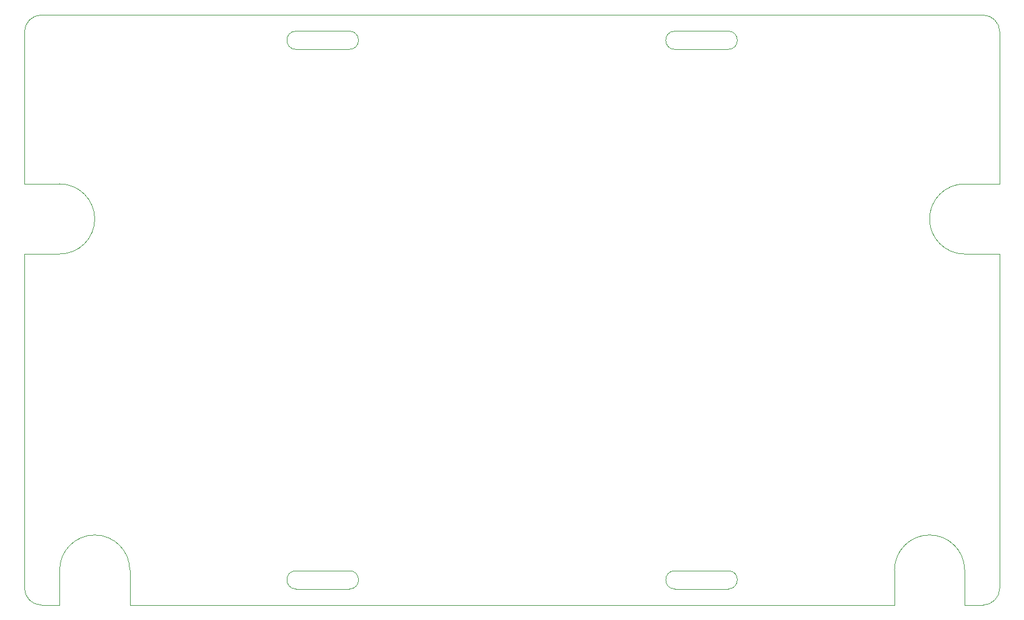
<source format=gm1>
G04 #@! TF.GenerationSoftware,KiCad,Pcbnew,(6.0.4)*
G04 #@! TF.CreationDate,2022-06-22T13:50:13-04:00*
G04 #@! TF.ProjectId,Macintosh Portable Battery Adapter v1.2,4d616369-6e74-46f7-9368-20506f727461,rev?*
G04 #@! TF.SameCoordinates,Original*
G04 #@! TF.FileFunction,Profile,NP*
%FSLAX46Y46*%
G04 Gerber Fmt 4.6, Leading zero omitted, Abs format (unit mm)*
G04 Created by KiCad (PCBNEW (6.0.4)) date 2022-06-22 13:50:13*
%MOMM*%
%LPD*%
G01*
G04 APERTURE LIST*
G04 #@! TA.AperFunction,Profile*
%ADD10C,0.050000*%
G04 #@! TD*
G04 #@! TA.AperFunction,Profile*
%ADD11C,0.120000*%
G04 #@! TD*
G04 APERTURE END LIST*
D10*
X70000000Y-142700000D02*
X70000000Y-95000000D01*
X70000000Y-85000000D02*
X70000000Y-63297056D01*
X209000000Y-95000000D02*
X209000000Y-142700000D01*
X194000000Y-145100000D02*
X85000000Y-145100000D01*
X75000000Y-145100000D02*
X72400000Y-145100000D01*
X204000000Y-95000000D02*
X209000000Y-95000000D01*
X204000000Y-85000000D02*
G75*
G03*
X204000000Y-95000000I0J-5000000D01*
G01*
X204000000Y-140100000D02*
X204000000Y-145100000D01*
X75000000Y-95000000D02*
G75*
G03*
X75000000Y-85000000I0J5000000D01*
G01*
X204000000Y-85000000D02*
X209000000Y-85000000D01*
X209000044Y-63297056D02*
G75*
G03*
X206600000Y-60897056I-2400044J-44D01*
G01*
X72400000Y-60897060D02*
G75*
G03*
X70000000Y-63297056I0J-2400000D01*
G01*
X75000000Y-140100000D02*
X75000000Y-145100000D01*
X70000000Y-142700000D02*
G75*
G03*
X72400000Y-145100000I2400000J0D01*
G01*
X72400000Y-60897056D02*
X206600000Y-60897056D01*
X206600000Y-145100000D02*
X204000000Y-145100000D01*
X85000000Y-140100000D02*
X85000000Y-145100000D01*
X204000000Y-140100000D02*
G75*
G03*
X194000000Y-140100000I-5000000J0D01*
G01*
X85000000Y-140100000D02*
G75*
G03*
X75000000Y-140100000I-5000000J0D01*
G01*
X75000000Y-85000000D02*
X70000000Y-85000000D01*
X206600000Y-145100000D02*
G75*
G03*
X209000000Y-142700000I0J2400000D01*
G01*
X209000000Y-63297056D02*
X209000000Y-85000000D01*
X194000000Y-140100000D02*
X194000000Y-145100000D01*
X75000000Y-95000000D02*
X70000000Y-95000000D01*
D11*
X162700000Y-63200000D02*
X170300000Y-63200000D01*
X170300000Y-65800000D02*
X162700000Y-65800000D01*
X162700000Y-63200000D02*
G75*
G03*
X162700000Y-65800000I0J-1300000D01*
G01*
X170300000Y-65800000D02*
G75*
G03*
X170300000Y-63200000I0J1300000D01*
G01*
X116300000Y-65800000D02*
X108700000Y-65800000D01*
X108700000Y-63200000D02*
X116300000Y-63200000D01*
X108700000Y-63200000D02*
G75*
G03*
X108700000Y-65800000I0J-1300000D01*
G01*
X116300000Y-65800000D02*
G75*
G03*
X116300000Y-63200000I0J1300000D01*
G01*
X108700000Y-140200000D02*
X116300000Y-140200000D01*
X116300000Y-142800000D02*
X108700000Y-142800000D01*
X108700000Y-140200000D02*
G75*
G03*
X108700000Y-142800000I0J-1300000D01*
G01*
X116300000Y-142800000D02*
G75*
G03*
X116300000Y-140200000I0J1300000D01*
G01*
X170300000Y-142800000D02*
X162700000Y-142800000D01*
X162700000Y-140200000D02*
X170300000Y-140200000D01*
X170300000Y-142800000D02*
G75*
G03*
X170300000Y-140200000I0J1300000D01*
G01*
X162700000Y-140200000D02*
G75*
G03*
X162700000Y-142800000I0J-1300000D01*
G01*
M02*

</source>
